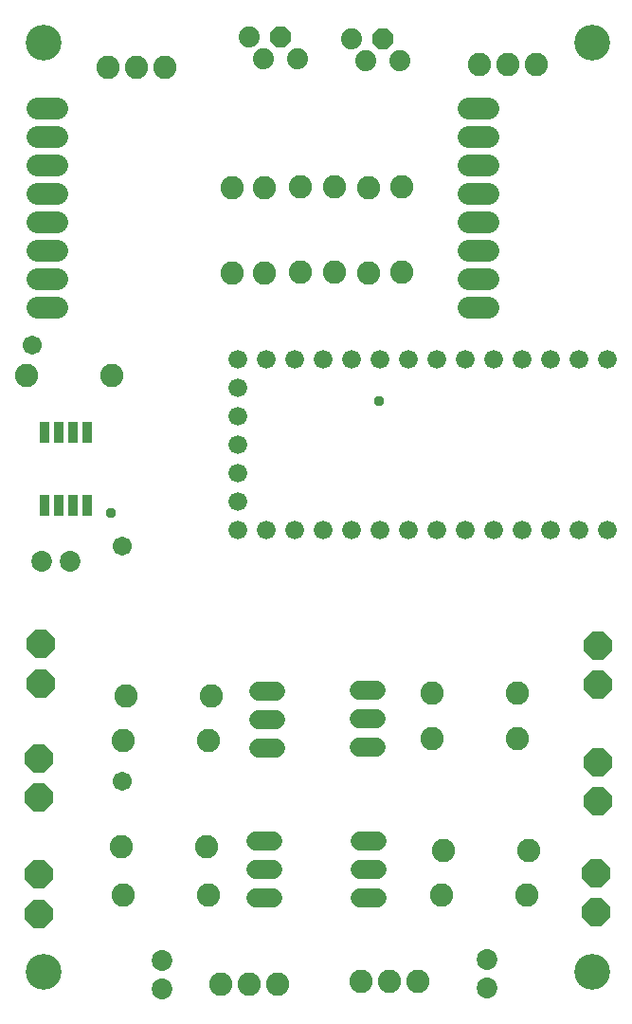
<source format=gbr>
G04 EAGLE Gerber RS-274X export*
G75*
%MOMM*%
%FSLAX34Y34*%
%LPD*%
%INSoldermask Top*%
%IPPOS*%
%AMOC8*
5,1,8,0,0,1.08239X$1,22.5*%
G01*
%ADD10C,3.203200*%
%ADD11C,1.854200*%
%ADD12C,1.727200*%
%ADD13C,1.879600*%
%ADD14P,2.034460X8X292.500000*%
%ADD15C,2.082800*%
%ADD16C,1.676400*%
%ADD17P,2.709439X8X112.500000*%
%ADD18P,2.709439X8X292.500000*%
%ADD19C,1.981200*%
%ADD20R,0.812800X1.905000*%
%ADD21C,0.959600*%
%ADD22C,1.703200*%


D10*
X40000Y40000D03*
X530000Y40000D03*
X40000Y870000D03*
X530000Y870000D03*
D11*
X146300Y49900D03*
X146300Y24500D03*
X436300Y50700D03*
X436300Y25300D03*
X38500Y406300D03*
X63900Y406300D03*
D12*
X323080Y105800D02*
X338320Y105800D01*
X338320Y131200D02*
X323080Y131200D01*
X323080Y156600D02*
X338320Y156600D01*
D13*
X358190Y853916D03*
D14*
X342950Y873284D03*
D13*
X327710Y853916D03*
X315010Y873284D03*
X266690Y855316D03*
D14*
X251450Y874684D03*
D13*
X236210Y855316D03*
X223510Y874684D03*
D15*
X248800Y28800D03*
X223400Y28800D03*
X198000Y28800D03*
X323400Y31200D03*
X348800Y31200D03*
X374200Y31200D03*
X97900Y847400D03*
X123300Y847400D03*
X148700Y847400D03*
D12*
X229880Y157100D02*
X245120Y157100D01*
X245120Y131700D02*
X229880Y131700D01*
X229880Y106300D02*
X245120Y106300D01*
X322380Y241100D02*
X337620Y241100D01*
X337620Y266500D02*
X322380Y266500D01*
X322380Y291900D02*
X337620Y291900D01*
X247620Y290700D02*
X232380Y290700D01*
X232380Y265300D02*
X247620Y265300D01*
X247620Y239900D02*
X232380Y239900D01*
D15*
X330100Y663600D03*
X330100Y739800D03*
X397700Y148200D03*
X473900Y148200D03*
X396100Y108200D03*
X472300Y108200D03*
X269300Y664500D03*
X269300Y740700D03*
X208700Y664100D03*
X208700Y740300D03*
X190000Y286200D03*
X113800Y286200D03*
X110900Y246300D03*
X187100Y246300D03*
X360100Y664500D03*
X360100Y740700D03*
X237500Y664400D03*
X237500Y740600D03*
X101200Y572600D03*
X25000Y572600D03*
X300100Y664700D03*
X300100Y740900D03*
X185900Y151800D03*
X109700Y151800D03*
X387500Y248200D03*
X463700Y248200D03*
X110900Y108200D03*
X187100Y108200D03*
X463200Y289300D03*
X387000Y289300D03*
D16*
X518500Y586700D03*
X493100Y586700D03*
X467700Y586700D03*
X442300Y586700D03*
X493100Y434300D03*
X213700Y535900D03*
X416900Y586700D03*
X391500Y586700D03*
X366100Y586700D03*
X340700Y586700D03*
X315300Y586700D03*
X289900Y586700D03*
X264500Y586700D03*
X239100Y586700D03*
X213700Y586700D03*
X213700Y434300D03*
X239100Y434300D03*
X264500Y434300D03*
X289900Y434300D03*
X315300Y434300D03*
X340700Y434300D03*
X366100Y434300D03*
X391500Y434300D03*
X416900Y434300D03*
X442300Y434300D03*
X467700Y434300D03*
X518500Y434300D03*
X543900Y586700D03*
X213700Y510500D03*
X213700Y485100D03*
X213700Y459700D03*
X213700Y561300D03*
X543900Y434300D03*
D17*
X37500Y297700D03*
X37500Y332700D03*
D18*
X535000Y331200D03*
X535000Y296200D03*
D17*
X535000Y192400D03*
X535000Y227400D03*
X36100Y92000D03*
X36100Y127000D03*
X36100Y195600D03*
X36100Y230600D03*
D18*
X533900Y128300D03*
X533900Y93300D03*
D19*
X52190Y659100D02*
X34410Y659100D01*
X34410Y786100D02*
X52190Y786100D01*
X52190Y633700D02*
X34410Y633700D01*
X34410Y760700D02*
X52190Y760700D01*
X52190Y735300D02*
X34410Y735300D01*
X34410Y811500D02*
X52190Y811500D01*
X52190Y684500D02*
X34410Y684500D01*
X34410Y709900D02*
X52190Y709900D01*
X419310Y659100D02*
X437090Y659100D01*
X437090Y786100D02*
X419310Y786100D01*
X419310Y633700D02*
X437090Y633700D01*
X437090Y760700D02*
X419310Y760700D01*
X419310Y735300D02*
X437090Y735300D01*
X437090Y811500D02*
X419310Y811500D01*
X419310Y684500D02*
X437090Y684500D01*
X437090Y709900D02*
X419310Y709900D01*
D20*
X40550Y456588D03*
X53250Y456588D03*
X65950Y456588D03*
X78650Y456588D03*
X78650Y521612D03*
X65950Y521612D03*
X53250Y521612D03*
X40550Y521612D03*
D15*
X480000Y850000D03*
X454600Y850000D03*
X429200Y850000D03*
D21*
X100000Y450000D03*
D22*
X110000Y420000D03*
X110000Y210000D03*
X30000Y600000D03*
D21*
X340000Y550000D03*
M02*

</source>
